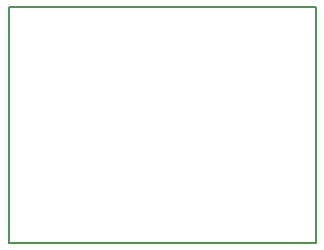
<source format=gbr>
G04 #@! TF.GenerationSoftware,KiCad,Pcbnew,(5.0.0)*
G04 #@! TF.CreationDate,2018-09-26T10:31:33+02:00*
G04 #@! TF.ProjectId,OpenThermalCamera,4F70656E546865726D616C43616D6572,rev?*
G04 #@! TF.SameCoordinates,Original*
G04 #@! TF.FileFunction,Profile,NP*
%FSLAX46Y46*%
G04 Gerber Fmt 4.6, Leading zero omitted, Abs format (unit mm)*
G04 Created by KiCad (PCBNEW (5.0.0)) date 09/26/18 10:31:33*
%MOMM*%
%LPD*%
G01*
G04 APERTURE LIST*
%ADD10C,0.150000*%
G04 APERTURE END LIST*
D10*
X53000000Y-27000000D02*
X27000000Y-27000000D01*
X53000000Y-47000000D02*
X53000000Y-27000000D01*
X27000000Y-47000000D02*
X53000000Y-47000000D01*
X27000000Y-27000000D02*
X27000000Y-47000000D01*
M02*

</source>
